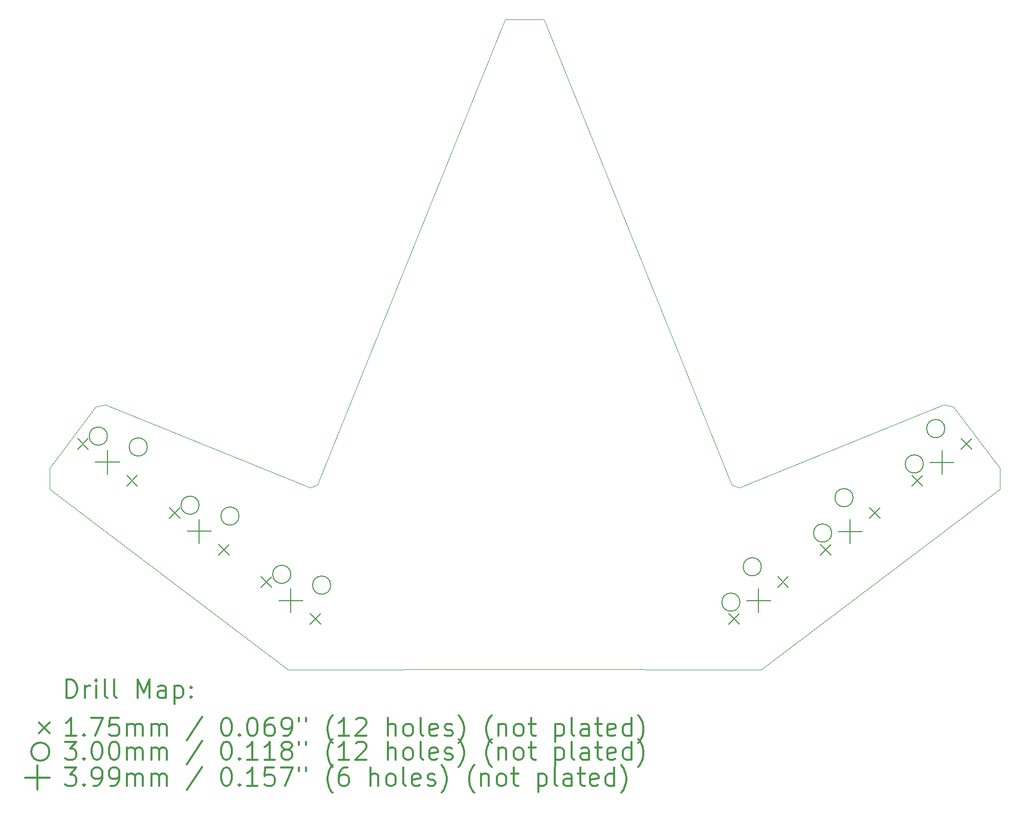
<source format=gbr>
%FSLAX45Y45*%
G04 Gerber Fmt 4.5, Leading zero omitted, Abs format (unit mm)*
G04 Created by KiCad (PCBNEW (5.1.4)-1) date 2023-05-25 15:27:50*
%MOMM*%
%LPD*%
G04 APERTURE LIST*
%ADD10C,0.050000*%
%ADD11C,0.200000*%
%ADD12C,0.300000*%
G04 APERTURE END LIST*
D10*
X14280000Y23690000D02*
X14220000Y23690000D01*
X14150000Y12930000D02*
X14350000Y12930000D01*
X17677500Y15981000D02*
X17802500Y15937500D01*
X14570000Y23690000D02*
X14280000Y23690000D01*
X18160919Y12928362D02*
X14350000Y12930000D01*
X21186000Y17307000D02*
X21344000Y17279000D01*
X18160919Y12928362D02*
X22110000Y15910000D01*
X10822500Y15981000D02*
X13930000Y23690000D01*
X6390000Y16260000D02*
X7156000Y17279000D01*
X13930000Y23690000D02*
X14220000Y23690000D01*
X10339081Y12928362D02*
X6390000Y15910000D01*
X7314000Y17307000D02*
X10697500Y15937500D01*
X10822500Y15981000D02*
X10697500Y15937500D01*
X7314000Y17307000D02*
X7156000Y17279000D01*
X6390000Y15910000D02*
X6390000Y16260000D01*
X10339081Y12928362D02*
X14150000Y12930000D01*
X17677500Y15981000D02*
X14570000Y23690000D01*
X21186000Y17307000D02*
X17802500Y15937500D01*
X22110000Y16260000D02*
X21344000Y17279000D01*
X22110000Y15910000D02*
X22110000Y16260000D01*
D11*
X19143554Y14995623D02*
X19318554Y14820623D01*
X19318554Y14995623D02*
X19143554Y14820623D01*
X19954968Y15607067D02*
X20129968Y15432067D01*
X20129968Y15607067D02*
X19954968Y15432067D01*
X20660961Y16139071D02*
X20835961Y15964071D01*
X20835961Y16139071D02*
X20660961Y15964071D01*
X21472375Y16750515D02*
X21647375Y16575515D01*
X21647375Y16750515D02*
X21472375Y16575515D01*
X9890060Y14465244D02*
X10065060Y14290244D01*
X10065060Y14465244D02*
X9890060Y14290244D01*
X10701473Y13853800D02*
X10876473Y13678800D01*
X10876473Y13853800D02*
X10701473Y13678800D01*
X17626147Y13852174D02*
X17801147Y13677174D01*
X17801147Y13852174D02*
X17626147Y13677174D01*
X18437560Y14463618D02*
X18612560Y14288618D01*
X18612560Y14463618D02*
X18437560Y14288618D01*
X6855245Y16752141D02*
X7030245Y16577141D01*
X7030245Y16752141D02*
X6855245Y16577141D01*
X7666658Y16140697D02*
X7841658Y15965697D01*
X7841658Y16140697D02*
X7666658Y15965697D01*
X8372652Y15608693D02*
X8547652Y15433693D01*
X8547652Y15608693D02*
X8372652Y15433693D01*
X9184066Y14997249D02*
X9359066Y14822249D01*
X9359066Y14997249D02*
X9184066Y14822249D01*
X19329620Y15187407D02*
G75*
G03X19329620Y15187407I-150000J0D01*
G01*
X19683892Y15772413D02*
G75*
G03X19683892Y15772413I-150000J0D01*
G01*
X20847027Y16330855D02*
G75*
G03X20847027Y16330855I-150000J0D01*
G01*
X21201300Y16915861D02*
G75*
G03X21201300Y16915861I-150000J0D01*
G01*
X10381848Y14504167D02*
G75*
G03X10381848Y14504167I-150000J0D01*
G01*
X11041842Y14324868D02*
G75*
G03X11041842Y14324868I-150000J0D01*
G01*
X17812212Y14043958D02*
G75*
G03X17812212Y14043958I-150000J0D01*
G01*
X18166485Y14628964D02*
G75*
G03X18166485Y14628964I-150000J0D01*
G01*
X7347033Y16791064D02*
G75*
G03X7347033Y16791064I-150000J0D01*
G01*
X8007027Y16611765D02*
G75*
G03X8007027Y16611765I-150000J0D01*
G01*
X8864440Y15647616D02*
G75*
G03X8864440Y15647616I-150000J0D01*
G01*
X9524435Y15468317D02*
G75*
G03X9524435Y15468317I-150000J0D01*
G01*
X8865859Y15414861D02*
X8865859Y15016081D01*
X8666469Y15215471D02*
X9065249Y15215471D01*
X19636761Y15413235D02*
X19636761Y15014455D01*
X19437371Y15213845D02*
X19836151Y15213845D01*
X21154168Y16556683D02*
X21154168Y16157903D01*
X20954778Y16357293D02*
X21353558Y16357293D01*
X10383267Y14271412D02*
X10383267Y13872632D01*
X10183877Y14072022D02*
X10582657Y14072022D01*
X18119353Y14269786D02*
X18119353Y13871006D01*
X17919963Y14070396D02*
X18318743Y14070396D01*
X7348452Y16558309D02*
X7348452Y16159529D01*
X7149062Y16358919D02*
X7547842Y16358919D01*
D12*
X6673928Y12460148D02*
X6673928Y12760148D01*
X6745357Y12760148D01*
X6788214Y12745862D01*
X6816786Y12717291D01*
X6831071Y12688719D01*
X6845357Y12631576D01*
X6845357Y12588719D01*
X6831071Y12531576D01*
X6816786Y12503005D01*
X6788214Y12474434D01*
X6745357Y12460148D01*
X6673928Y12460148D01*
X6973928Y12460148D02*
X6973928Y12660148D01*
X6973928Y12603005D02*
X6988214Y12631576D01*
X7002500Y12645862D01*
X7031071Y12660148D01*
X7059643Y12660148D01*
X7159643Y12460148D02*
X7159643Y12660148D01*
X7159643Y12760148D02*
X7145357Y12745862D01*
X7159643Y12731576D01*
X7173928Y12745862D01*
X7159643Y12760148D01*
X7159643Y12731576D01*
X7345357Y12460148D02*
X7316786Y12474434D01*
X7302500Y12503005D01*
X7302500Y12760148D01*
X7502500Y12460148D02*
X7473928Y12474434D01*
X7459643Y12503005D01*
X7459643Y12760148D01*
X7845357Y12460148D02*
X7845357Y12760148D01*
X7945357Y12545862D01*
X8045357Y12760148D01*
X8045357Y12460148D01*
X8316786Y12460148D02*
X8316786Y12617291D01*
X8302500Y12645862D01*
X8273928Y12660148D01*
X8216786Y12660148D01*
X8188214Y12645862D01*
X8316786Y12474434D02*
X8288214Y12460148D01*
X8216786Y12460148D01*
X8188214Y12474434D01*
X8173928Y12503005D01*
X8173928Y12531576D01*
X8188214Y12560148D01*
X8216786Y12574434D01*
X8288214Y12574434D01*
X8316786Y12588719D01*
X8459643Y12660148D02*
X8459643Y12360148D01*
X8459643Y12645862D02*
X8488214Y12660148D01*
X8545357Y12660148D01*
X8573928Y12645862D01*
X8588214Y12631576D01*
X8602500Y12603005D01*
X8602500Y12517291D01*
X8588214Y12488719D01*
X8573928Y12474434D01*
X8545357Y12460148D01*
X8488214Y12460148D01*
X8459643Y12474434D01*
X8731071Y12488719D02*
X8745357Y12474434D01*
X8731071Y12460148D01*
X8716786Y12474434D01*
X8731071Y12488719D01*
X8731071Y12460148D01*
X8731071Y12645862D02*
X8745357Y12631576D01*
X8731071Y12617291D01*
X8716786Y12631576D01*
X8731071Y12645862D01*
X8731071Y12617291D01*
X6212500Y12053362D02*
X6387500Y11878362D01*
X6387500Y12053362D02*
X6212500Y11878362D01*
X6831071Y11830148D02*
X6659643Y11830148D01*
X6745357Y11830148D02*
X6745357Y12130148D01*
X6716786Y12087291D01*
X6688214Y12058719D01*
X6659643Y12044434D01*
X6959643Y11858719D02*
X6973928Y11844434D01*
X6959643Y11830148D01*
X6945357Y11844434D01*
X6959643Y11858719D01*
X6959643Y11830148D01*
X7073928Y12130148D02*
X7273928Y12130148D01*
X7145357Y11830148D01*
X7531071Y12130148D02*
X7388214Y12130148D01*
X7373928Y11987291D01*
X7388214Y12001576D01*
X7416786Y12015862D01*
X7488214Y12015862D01*
X7516786Y12001576D01*
X7531071Y11987291D01*
X7545357Y11958719D01*
X7545357Y11887291D01*
X7531071Y11858719D01*
X7516786Y11844434D01*
X7488214Y11830148D01*
X7416786Y11830148D01*
X7388214Y11844434D01*
X7373928Y11858719D01*
X7673928Y11830148D02*
X7673928Y12030148D01*
X7673928Y12001576D02*
X7688214Y12015862D01*
X7716786Y12030148D01*
X7759643Y12030148D01*
X7788214Y12015862D01*
X7802500Y11987291D01*
X7802500Y11830148D01*
X7802500Y11987291D02*
X7816786Y12015862D01*
X7845357Y12030148D01*
X7888214Y12030148D01*
X7916786Y12015862D01*
X7931071Y11987291D01*
X7931071Y11830148D01*
X8073928Y11830148D02*
X8073928Y12030148D01*
X8073928Y12001576D02*
X8088214Y12015862D01*
X8116786Y12030148D01*
X8159643Y12030148D01*
X8188214Y12015862D01*
X8202500Y11987291D01*
X8202500Y11830148D01*
X8202500Y11987291D02*
X8216786Y12015862D01*
X8245357Y12030148D01*
X8288214Y12030148D01*
X8316786Y12015862D01*
X8331071Y11987291D01*
X8331071Y11830148D01*
X8916786Y12144434D02*
X8659643Y11758719D01*
X9302500Y12130148D02*
X9331071Y12130148D01*
X9359643Y12115862D01*
X9373928Y12101576D01*
X9388214Y12073005D01*
X9402500Y12015862D01*
X9402500Y11944434D01*
X9388214Y11887291D01*
X9373928Y11858719D01*
X9359643Y11844434D01*
X9331071Y11830148D01*
X9302500Y11830148D01*
X9273928Y11844434D01*
X9259643Y11858719D01*
X9245357Y11887291D01*
X9231071Y11944434D01*
X9231071Y12015862D01*
X9245357Y12073005D01*
X9259643Y12101576D01*
X9273928Y12115862D01*
X9302500Y12130148D01*
X9531071Y11858719D02*
X9545357Y11844434D01*
X9531071Y11830148D01*
X9516786Y11844434D01*
X9531071Y11858719D01*
X9531071Y11830148D01*
X9731071Y12130148D02*
X9759643Y12130148D01*
X9788214Y12115862D01*
X9802500Y12101576D01*
X9816786Y12073005D01*
X9831071Y12015862D01*
X9831071Y11944434D01*
X9816786Y11887291D01*
X9802500Y11858719D01*
X9788214Y11844434D01*
X9759643Y11830148D01*
X9731071Y11830148D01*
X9702500Y11844434D01*
X9688214Y11858719D01*
X9673928Y11887291D01*
X9659643Y11944434D01*
X9659643Y12015862D01*
X9673928Y12073005D01*
X9688214Y12101576D01*
X9702500Y12115862D01*
X9731071Y12130148D01*
X10088214Y12130148D02*
X10031071Y12130148D01*
X10002500Y12115862D01*
X9988214Y12101576D01*
X9959643Y12058719D01*
X9945357Y12001576D01*
X9945357Y11887291D01*
X9959643Y11858719D01*
X9973928Y11844434D01*
X10002500Y11830148D01*
X10059643Y11830148D01*
X10088214Y11844434D01*
X10102500Y11858719D01*
X10116786Y11887291D01*
X10116786Y11958719D01*
X10102500Y11987291D01*
X10088214Y12001576D01*
X10059643Y12015862D01*
X10002500Y12015862D01*
X9973928Y12001576D01*
X9959643Y11987291D01*
X9945357Y11958719D01*
X10259643Y11830148D02*
X10316786Y11830148D01*
X10345357Y11844434D01*
X10359643Y11858719D01*
X10388214Y11901576D01*
X10402500Y11958719D01*
X10402500Y12073005D01*
X10388214Y12101576D01*
X10373928Y12115862D01*
X10345357Y12130148D01*
X10288214Y12130148D01*
X10259643Y12115862D01*
X10245357Y12101576D01*
X10231071Y12073005D01*
X10231071Y12001576D01*
X10245357Y11973005D01*
X10259643Y11958719D01*
X10288214Y11944434D01*
X10345357Y11944434D01*
X10373928Y11958719D01*
X10388214Y11973005D01*
X10402500Y12001576D01*
X10516786Y12130148D02*
X10516786Y12073005D01*
X10631071Y12130148D02*
X10631071Y12073005D01*
X11073928Y11715862D02*
X11059643Y11730148D01*
X11031071Y11773005D01*
X11016786Y11801576D01*
X11002500Y11844434D01*
X10988214Y11915862D01*
X10988214Y11973005D01*
X11002500Y12044434D01*
X11016786Y12087291D01*
X11031071Y12115862D01*
X11059643Y12158719D01*
X11073928Y12173005D01*
X11345357Y11830148D02*
X11173928Y11830148D01*
X11259643Y11830148D02*
X11259643Y12130148D01*
X11231071Y12087291D01*
X11202500Y12058719D01*
X11173928Y12044434D01*
X11459643Y12101576D02*
X11473928Y12115862D01*
X11502500Y12130148D01*
X11573928Y12130148D01*
X11602500Y12115862D01*
X11616786Y12101576D01*
X11631071Y12073005D01*
X11631071Y12044434D01*
X11616786Y12001576D01*
X11445357Y11830148D01*
X11631071Y11830148D01*
X11988214Y11830148D02*
X11988214Y12130148D01*
X12116786Y11830148D02*
X12116786Y11987291D01*
X12102500Y12015862D01*
X12073928Y12030148D01*
X12031071Y12030148D01*
X12002500Y12015862D01*
X11988214Y12001576D01*
X12302500Y11830148D02*
X12273928Y11844434D01*
X12259643Y11858719D01*
X12245357Y11887291D01*
X12245357Y11973005D01*
X12259643Y12001576D01*
X12273928Y12015862D01*
X12302500Y12030148D01*
X12345357Y12030148D01*
X12373928Y12015862D01*
X12388214Y12001576D01*
X12402500Y11973005D01*
X12402500Y11887291D01*
X12388214Y11858719D01*
X12373928Y11844434D01*
X12345357Y11830148D01*
X12302500Y11830148D01*
X12573928Y11830148D02*
X12545357Y11844434D01*
X12531071Y11873005D01*
X12531071Y12130148D01*
X12802500Y11844434D02*
X12773928Y11830148D01*
X12716786Y11830148D01*
X12688214Y11844434D01*
X12673928Y11873005D01*
X12673928Y11987291D01*
X12688214Y12015862D01*
X12716786Y12030148D01*
X12773928Y12030148D01*
X12802500Y12015862D01*
X12816786Y11987291D01*
X12816786Y11958719D01*
X12673928Y11930148D01*
X12931071Y11844434D02*
X12959643Y11830148D01*
X13016786Y11830148D01*
X13045357Y11844434D01*
X13059643Y11873005D01*
X13059643Y11887291D01*
X13045357Y11915862D01*
X13016786Y11930148D01*
X12973928Y11930148D01*
X12945357Y11944434D01*
X12931071Y11973005D01*
X12931071Y11987291D01*
X12945357Y12015862D01*
X12973928Y12030148D01*
X13016786Y12030148D01*
X13045357Y12015862D01*
X13159643Y11715862D02*
X13173928Y11730148D01*
X13202500Y11773005D01*
X13216786Y11801576D01*
X13231071Y11844434D01*
X13245357Y11915862D01*
X13245357Y11973005D01*
X13231071Y12044434D01*
X13216786Y12087291D01*
X13202500Y12115862D01*
X13173928Y12158719D01*
X13159643Y12173005D01*
X13702500Y11715862D02*
X13688214Y11730148D01*
X13659643Y11773005D01*
X13645357Y11801576D01*
X13631071Y11844434D01*
X13616786Y11915862D01*
X13616786Y11973005D01*
X13631071Y12044434D01*
X13645357Y12087291D01*
X13659643Y12115862D01*
X13688214Y12158719D01*
X13702500Y12173005D01*
X13816786Y12030148D02*
X13816786Y11830148D01*
X13816786Y12001576D02*
X13831071Y12015862D01*
X13859643Y12030148D01*
X13902500Y12030148D01*
X13931071Y12015862D01*
X13945357Y11987291D01*
X13945357Y11830148D01*
X14131071Y11830148D02*
X14102500Y11844434D01*
X14088214Y11858719D01*
X14073928Y11887291D01*
X14073928Y11973005D01*
X14088214Y12001576D01*
X14102500Y12015862D01*
X14131071Y12030148D01*
X14173928Y12030148D01*
X14202500Y12015862D01*
X14216786Y12001576D01*
X14231071Y11973005D01*
X14231071Y11887291D01*
X14216786Y11858719D01*
X14202500Y11844434D01*
X14173928Y11830148D01*
X14131071Y11830148D01*
X14316786Y12030148D02*
X14431071Y12030148D01*
X14359643Y12130148D02*
X14359643Y11873005D01*
X14373928Y11844434D01*
X14402500Y11830148D01*
X14431071Y11830148D01*
X14759643Y12030148D02*
X14759643Y11730148D01*
X14759643Y12015862D02*
X14788214Y12030148D01*
X14845357Y12030148D01*
X14873928Y12015862D01*
X14888214Y12001576D01*
X14902500Y11973005D01*
X14902500Y11887291D01*
X14888214Y11858719D01*
X14873928Y11844434D01*
X14845357Y11830148D01*
X14788214Y11830148D01*
X14759643Y11844434D01*
X15073928Y11830148D02*
X15045357Y11844434D01*
X15031071Y11873005D01*
X15031071Y12130148D01*
X15316786Y11830148D02*
X15316786Y11987291D01*
X15302500Y12015862D01*
X15273928Y12030148D01*
X15216786Y12030148D01*
X15188214Y12015862D01*
X15316786Y11844434D02*
X15288214Y11830148D01*
X15216786Y11830148D01*
X15188214Y11844434D01*
X15173928Y11873005D01*
X15173928Y11901576D01*
X15188214Y11930148D01*
X15216786Y11944434D01*
X15288214Y11944434D01*
X15316786Y11958719D01*
X15416786Y12030148D02*
X15531071Y12030148D01*
X15459643Y12130148D02*
X15459643Y11873005D01*
X15473928Y11844434D01*
X15502500Y11830148D01*
X15531071Y11830148D01*
X15745357Y11844434D02*
X15716786Y11830148D01*
X15659643Y11830148D01*
X15631071Y11844434D01*
X15616786Y11873005D01*
X15616786Y11987291D01*
X15631071Y12015862D01*
X15659643Y12030148D01*
X15716786Y12030148D01*
X15745357Y12015862D01*
X15759643Y11987291D01*
X15759643Y11958719D01*
X15616786Y11930148D01*
X16016786Y11830148D02*
X16016786Y12130148D01*
X16016786Y11844434D02*
X15988214Y11830148D01*
X15931071Y11830148D01*
X15902500Y11844434D01*
X15888214Y11858719D01*
X15873928Y11887291D01*
X15873928Y11973005D01*
X15888214Y12001576D01*
X15902500Y12015862D01*
X15931071Y12030148D01*
X15988214Y12030148D01*
X16016786Y12015862D01*
X16131071Y11715862D02*
X16145357Y11730148D01*
X16173928Y11773005D01*
X16188214Y11801576D01*
X16202500Y11844434D01*
X16216786Y11915862D01*
X16216786Y11973005D01*
X16202500Y12044434D01*
X16188214Y12087291D01*
X16173928Y12115862D01*
X16145357Y12158719D01*
X16131071Y12173005D01*
X6387500Y11569862D02*
G75*
G03X6387500Y11569862I-150000J0D01*
G01*
X6645357Y11734148D02*
X6831071Y11734148D01*
X6731071Y11619862D01*
X6773928Y11619862D01*
X6802500Y11605576D01*
X6816786Y11591291D01*
X6831071Y11562719D01*
X6831071Y11491291D01*
X6816786Y11462719D01*
X6802500Y11448434D01*
X6773928Y11434148D01*
X6688214Y11434148D01*
X6659643Y11448434D01*
X6645357Y11462719D01*
X6959643Y11462719D02*
X6973928Y11448434D01*
X6959643Y11434148D01*
X6945357Y11448434D01*
X6959643Y11462719D01*
X6959643Y11434148D01*
X7159643Y11734148D02*
X7188214Y11734148D01*
X7216786Y11719862D01*
X7231071Y11705576D01*
X7245357Y11677005D01*
X7259643Y11619862D01*
X7259643Y11548434D01*
X7245357Y11491291D01*
X7231071Y11462719D01*
X7216786Y11448434D01*
X7188214Y11434148D01*
X7159643Y11434148D01*
X7131071Y11448434D01*
X7116786Y11462719D01*
X7102500Y11491291D01*
X7088214Y11548434D01*
X7088214Y11619862D01*
X7102500Y11677005D01*
X7116786Y11705576D01*
X7131071Y11719862D01*
X7159643Y11734148D01*
X7445357Y11734148D02*
X7473928Y11734148D01*
X7502500Y11719862D01*
X7516786Y11705576D01*
X7531071Y11677005D01*
X7545357Y11619862D01*
X7545357Y11548434D01*
X7531071Y11491291D01*
X7516786Y11462719D01*
X7502500Y11448434D01*
X7473928Y11434148D01*
X7445357Y11434148D01*
X7416786Y11448434D01*
X7402500Y11462719D01*
X7388214Y11491291D01*
X7373928Y11548434D01*
X7373928Y11619862D01*
X7388214Y11677005D01*
X7402500Y11705576D01*
X7416786Y11719862D01*
X7445357Y11734148D01*
X7673928Y11434148D02*
X7673928Y11634148D01*
X7673928Y11605576D02*
X7688214Y11619862D01*
X7716786Y11634148D01*
X7759643Y11634148D01*
X7788214Y11619862D01*
X7802500Y11591291D01*
X7802500Y11434148D01*
X7802500Y11591291D02*
X7816786Y11619862D01*
X7845357Y11634148D01*
X7888214Y11634148D01*
X7916786Y11619862D01*
X7931071Y11591291D01*
X7931071Y11434148D01*
X8073928Y11434148D02*
X8073928Y11634148D01*
X8073928Y11605576D02*
X8088214Y11619862D01*
X8116786Y11634148D01*
X8159643Y11634148D01*
X8188214Y11619862D01*
X8202500Y11591291D01*
X8202500Y11434148D01*
X8202500Y11591291D02*
X8216786Y11619862D01*
X8245357Y11634148D01*
X8288214Y11634148D01*
X8316786Y11619862D01*
X8331071Y11591291D01*
X8331071Y11434148D01*
X8916786Y11748434D02*
X8659643Y11362719D01*
X9302500Y11734148D02*
X9331071Y11734148D01*
X9359643Y11719862D01*
X9373928Y11705576D01*
X9388214Y11677005D01*
X9402500Y11619862D01*
X9402500Y11548434D01*
X9388214Y11491291D01*
X9373928Y11462719D01*
X9359643Y11448434D01*
X9331071Y11434148D01*
X9302500Y11434148D01*
X9273928Y11448434D01*
X9259643Y11462719D01*
X9245357Y11491291D01*
X9231071Y11548434D01*
X9231071Y11619862D01*
X9245357Y11677005D01*
X9259643Y11705576D01*
X9273928Y11719862D01*
X9302500Y11734148D01*
X9531071Y11462719D02*
X9545357Y11448434D01*
X9531071Y11434148D01*
X9516786Y11448434D01*
X9531071Y11462719D01*
X9531071Y11434148D01*
X9831071Y11434148D02*
X9659643Y11434148D01*
X9745357Y11434148D02*
X9745357Y11734148D01*
X9716786Y11691291D01*
X9688214Y11662719D01*
X9659643Y11648434D01*
X10116786Y11434148D02*
X9945357Y11434148D01*
X10031071Y11434148D02*
X10031071Y11734148D01*
X10002500Y11691291D01*
X9973928Y11662719D01*
X9945357Y11648434D01*
X10288214Y11605576D02*
X10259643Y11619862D01*
X10245357Y11634148D01*
X10231071Y11662719D01*
X10231071Y11677005D01*
X10245357Y11705576D01*
X10259643Y11719862D01*
X10288214Y11734148D01*
X10345357Y11734148D01*
X10373928Y11719862D01*
X10388214Y11705576D01*
X10402500Y11677005D01*
X10402500Y11662719D01*
X10388214Y11634148D01*
X10373928Y11619862D01*
X10345357Y11605576D01*
X10288214Y11605576D01*
X10259643Y11591291D01*
X10245357Y11577005D01*
X10231071Y11548434D01*
X10231071Y11491291D01*
X10245357Y11462719D01*
X10259643Y11448434D01*
X10288214Y11434148D01*
X10345357Y11434148D01*
X10373928Y11448434D01*
X10388214Y11462719D01*
X10402500Y11491291D01*
X10402500Y11548434D01*
X10388214Y11577005D01*
X10373928Y11591291D01*
X10345357Y11605576D01*
X10516786Y11734148D02*
X10516786Y11677005D01*
X10631071Y11734148D02*
X10631071Y11677005D01*
X11073928Y11319862D02*
X11059643Y11334148D01*
X11031071Y11377005D01*
X11016786Y11405576D01*
X11002500Y11448434D01*
X10988214Y11519862D01*
X10988214Y11577005D01*
X11002500Y11648434D01*
X11016786Y11691291D01*
X11031071Y11719862D01*
X11059643Y11762719D01*
X11073928Y11777005D01*
X11345357Y11434148D02*
X11173928Y11434148D01*
X11259643Y11434148D02*
X11259643Y11734148D01*
X11231071Y11691291D01*
X11202500Y11662719D01*
X11173928Y11648434D01*
X11459643Y11705576D02*
X11473928Y11719862D01*
X11502500Y11734148D01*
X11573928Y11734148D01*
X11602500Y11719862D01*
X11616786Y11705576D01*
X11631071Y11677005D01*
X11631071Y11648434D01*
X11616786Y11605576D01*
X11445357Y11434148D01*
X11631071Y11434148D01*
X11988214Y11434148D02*
X11988214Y11734148D01*
X12116786Y11434148D02*
X12116786Y11591291D01*
X12102500Y11619862D01*
X12073928Y11634148D01*
X12031071Y11634148D01*
X12002500Y11619862D01*
X11988214Y11605576D01*
X12302500Y11434148D02*
X12273928Y11448434D01*
X12259643Y11462719D01*
X12245357Y11491291D01*
X12245357Y11577005D01*
X12259643Y11605576D01*
X12273928Y11619862D01*
X12302500Y11634148D01*
X12345357Y11634148D01*
X12373928Y11619862D01*
X12388214Y11605576D01*
X12402500Y11577005D01*
X12402500Y11491291D01*
X12388214Y11462719D01*
X12373928Y11448434D01*
X12345357Y11434148D01*
X12302500Y11434148D01*
X12573928Y11434148D02*
X12545357Y11448434D01*
X12531071Y11477005D01*
X12531071Y11734148D01*
X12802500Y11448434D02*
X12773928Y11434148D01*
X12716786Y11434148D01*
X12688214Y11448434D01*
X12673928Y11477005D01*
X12673928Y11591291D01*
X12688214Y11619862D01*
X12716786Y11634148D01*
X12773928Y11634148D01*
X12802500Y11619862D01*
X12816786Y11591291D01*
X12816786Y11562719D01*
X12673928Y11534148D01*
X12931071Y11448434D02*
X12959643Y11434148D01*
X13016786Y11434148D01*
X13045357Y11448434D01*
X13059643Y11477005D01*
X13059643Y11491291D01*
X13045357Y11519862D01*
X13016786Y11534148D01*
X12973928Y11534148D01*
X12945357Y11548434D01*
X12931071Y11577005D01*
X12931071Y11591291D01*
X12945357Y11619862D01*
X12973928Y11634148D01*
X13016786Y11634148D01*
X13045357Y11619862D01*
X13159643Y11319862D02*
X13173928Y11334148D01*
X13202500Y11377005D01*
X13216786Y11405576D01*
X13231071Y11448434D01*
X13245357Y11519862D01*
X13245357Y11577005D01*
X13231071Y11648434D01*
X13216786Y11691291D01*
X13202500Y11719862D01*
X13173928Y11762719D01*
X13159643Y11777005D01*
X13702500Y11319862D02*
X13688214Y11334148D01*
X13659643Y11377005D01*
X13645357Y11405576D01*
X13631071Y11448434D01*
X13616786Y11519862D01*
X13616786Y11577005D01*
X13631071Y11648434D01*
X13645357Y11691291D01*
X13659643Y11719862D01*
X13688214Y11762719D01*
X13702500Y11777005D01*
X13816786Y11634148D02*
X13816786Y11434148D01*
X13816786Y11605576D02*
X13831071Y11619862D01*
X13859643Y11634148D01*
X13902500Y11634148D01*
X13931071Y11619862D01*
X13945357Y11591291D01*
X13945357Y11434148D01*
X14131071Y11434148D02*
X14102500Y11448434D01*
X14088214Y11462719D01*
X14073928Y11491291D01*
X14073928Y11577005D01*
X14088214Y11605576D01*
X14102500Y11619862D01*
X14131071Y11634148D01*
X14173928Y11634148D01*
X14202500Y11619862D01*
X14216786Y11605576D01*
X14231071Y11577005D01*
X14231071Y11491291D01*
X14216786Y11462719D01*
X14202500Y11448434D01*
X14173928Y11434148D01*
X14131071Y11434148D01*
X14316786Y11634148D02*
X14431071Y11634148D01*
X14359643Y11734148D02*
X14359643Y11477005D01*
X14373928Y11448434D01*
X14402500Y11434148D01*
X14431071Y11434148D01*
X14759643Y11634148D02*
X14759643Y11334148D01*
X14759643Y11619862D02*
X14788214Y11634148D01*
X14845357Y11634148D01*
X14873928Y11619862D01*
X14888214Y11605576D01*
X14902500Y11577005D01*
X14902500Y11491291D01*
X14888214Y11462719D01*
X14873928Y11448434D01*
X14845357Y11434148D01*
X14788214Y11434148D01*
X14759643Y11448434D01*
X15073928Y11434148D02*
X15045357Y11448434D01*
X15031071Y11477005D01*
X15031071Y11734148D01*
X15316786Y11434148D02*
X15316786Y11591291D01*
X15302500Y11619862D01*
X15273928Y11634148D01*
X15216786Y11634148D01*
X15188214Y11619862D01*
X15316786Y11448434D02*
X15288214Y11434148D01*
X15216786Y11434148D01*
X15188214Y11448434D01*
X15173928Y11477005D01*
X15173928Y11505576D01*
X15188214Y11534148D01*
X15216786Y11548434D01*
X15288214Y11548434D01*
X15316786Y11562719D01*
X15416786Y11634148D02*
X15531071Y11634148D01*
X15459643Y11734148D02*
X15459643Y11477005D01*
X15473928Y11448434D01*
X15502500Y11434148D01*
X15531071Y11434148D01*
X15745357Y11448434D02*
X15716786Y11434148D01*
X15659643Y11434148D01*
X15631071Y11448434D01*
X15616786Y11477005D01*
X15616786Y11591291D01*
X15631071Y11619862D01*
X15659643Y11634148D01*
X15716786Y11634148D01*
X15745357Y11619862D01*
X15759643Y11591291D01*
X15759643Y11562719D01*
X15616786Y11534148D01*
X16016786Y11434148D02*
X16016786Y11734148D01*
X16016786Y11448434D02*
X15988214Y11434148D01*
X15931071Y11434148D01*
X15902500Y11448434D01*
X15888214Y11462719D01*
X15873928Y11491291D01*
X15873928Y11577005D01*
X15888214Y11605576D01*
X15902500Y11619862D01*
X15931071Y11634148D01*
X15988214Y11634148D01*
X16016786Y11619862D01*
X16131071Y11319862D02*
X16145357Y11334148D01*
X16173928Y11377005D01*
X16188214Y11405576D01*
X16202500Y11448434D01*
X16216786Y11519862D01*
X16216786Y11577005D01*
X16202500Y11648434D01*
X16188214Y11691291D01*
X16173928Y11719862D01*
X16145357Y11762719D01*
X16131071Y11777005D01*
X6188110Y11339252D02*
X6188110Y10940472D01*
X5988720Y11139862D02*
X6387500Y11139862D01*
X6645357Y11304148D02*
X6831071Y11304148D01*
X6731071Y11189862D01*
X6773928Y11189862D01*
X6802500Y11175576D01*
X6816786Y11161291D01*
X6831071Y11132719D01*
X6831071Y11061291D01*
X6816786Y11032719D01*
X6802500Y11018434D01*
X6773928Y11004148D01*
X6688214Y11004148D01*
X6659643Y11018434D01*
X6645357Y11032719D01*
X6959643Y11032719D02*
X6973928Y11018434D01*
X6959643Y11004148D01*
X6945357Y11018434D01*
X6959643Y11032719D01*
X6959643Y11004148D01*
X7116786Y11004148D02*
X7173928Y11004148D01*
X7202500Y11018434D01*
X7216786Y11032719D01*
X7245357Y11075576D01*
X7259643Y11132719D01*
X7259643Y11247005D01*
X7245357Y11275576D01*
X7231071Y11289862D01*
X7202500Y11304148D01*
X7145357Y11304148D01*
X7116786Y11289862D01*
X7102500Y11275576D01*
X7088214Y11247005D01*
X7088214Y11175576D01*
X7102500Y11147005D01*
X7116786Y11132719D01*
X7145357Y11118434D01*
X7202500Y11118434D01*
X7231071Y11132719D01*
X7245357Y11147005D01*
X7259643Y11175576D01*
X7402500Y11004148D02*
X7459643Y11004148D01*
X7488214Y11018434D01*
X7502500Y11032719D01*
X7531071Y11075576D01*
X7545357Y11132719D01*
X7545357Y11247005D01*
X7531071Y11275576D01*
X7516786Y11289862D01*
X7488214Y11304148D01*
X7431071Y11304148D01*
X7402500Y11289862D01*
X7388214Y11275576D01*
X7373928Y11247005D01*
X7373928Y11175576D01*
X7388214Y11147005D01*
X7402500Y11132719D01*
X7431071Y11118434D01*
X7488214Y11118434D01*
X7516786Y11132719D01*
X7531071Y11147005D01*
X7545357Y11175576D01*
X7673928Y11004148D02*
X7673928Y11204148D01*
X7673928Y11175576D02*
X7688214Y11189862D01*
X7716786Y11204148D01*
X7759643Y11204148D01*
X7788214Y11189862D01*
X7802500Y11161291D01*
X7802500Y11004148D01*
X7802500Y11161291D02*
X7816786Y11189862D01*
X7845357Y11204148D01*
X7888214Y11204148D01*
X7916786Y11189862D01*
X7931071Y11161291D01*
X7931071Y11004148D01*
X8073928Y11004148D02*
X8073928Y11204148D01*
X8073928Y11175576D02*
X8088214Y11189862D01*
X8116786Y11204148D01*
X8159643Y11204148D01*
X8188214Y11189862D01*
X8202500Y11161291D01*
X8202500Y11004148D01*
X8202500Y11161291D02*
X8216786Y11189862D01*
X8245357Y11204148D01*
X8288214Y11204148D01*
X8316786Y11189862D01*
X8331071Y11161291D01*
X8331071Y11004148D01*
X8916786Y11318434D02*
X8659643Y10932719D01*
X9302500Y11304148D02*
X9331071Y11304148D01*
X9359643Y11289862D01*
X9373928Y11275576D01*
X9388214Y11247005D01*
X9402500Y11189862D01*
X9402500Y11118434D01*
X9388214Y11061291D01*
X9373928Y11032719D01*
X9359643Y11018434D01*
X9331071Y11004148D01*
X9302500Y11004148D01*
X9273928Y11018434D01*
X9259643Y11032719D01*
X9245357Y11061291D01*
X9231071Y11118434D01*
X9231071Y11189862D01*
X9245357Y11247005D01*
X9259643Y11275576D01*
X9273928Y11289862D01*
X9302500Y11304148D01*
X9531071Y11032719D02*
X9545357Y11018434D01*
X9531071Y11004148D01*
X9516786Y11018434D01*
X9531071Y11032719D01*
X9531071Y11004148D01*
X9831071Y11004148D02*
X9659643Y11004148D01*
X9745357Y11004148D02*
X9745357Y11304148D01*
X9716786Y11261291D01*
X9688214Y11232719D01*
X9659643Y11218434D01*
X10102500Y11304148D02*
X9959643Y11304148D01*
X9945357Y11161291D01*
X9959643Y11175576D01*
X9988214Y11189862D01*
X10059643Y11189862D01*
X10088214Y11175576D01*
X10102500Y11161291D01*
X10116786Y11132719D01*
X10116786Y11061291D01*
X10102500Y11032719D01*
X10088214Y11018434D01*
X10059643Y11004148D01*
X9988214Y11004148D01*
X9959643Y11018434D01*
X9945357Y11032719D01*
X10216786Y11304148D02*
X10416786Y11304148D01*
X10288214Y11004148D01*
X10516786Y11304148D02*
X10516786Y11247005D01*
X10631071Y11304148D02*
X10631071Y11247005D01*
X11073928Y10889862D02*
X11059643Y10904148D01*
X11031071Y10947005D01*
X11016786Y10975576D01*
X11002500Y11018434D01*
X10988214Y11089862D01*
X10988214Y11147005D01*
X11002500Y11218434D01*
X11016786Y11261291D01*
X11031071Y11289862D01*
X11059643Y11332719D01*
X11073928Y11347005D01*
X11316786Y11304148D02*
X11259643Y11304148D01*
X11231071Y11289862D01*
X11216786Y11275576D01*
X11188214Y11232719D01*
X11173928Y11175576D01*
X11173928Y11061291D01*
X11188214Y11032719D01*
X11202500Y11018434D01*
X11231071Y11004148D01*
X11288214Y11004148D01*
X11316786Y11018434D01*
X11331071Y11032719D01*
X11345357Y11061291D01*
X11345357Y11132719D01*
X11331071Y11161291D01*
X11316786Y11175576D01*
X11288214Y11189862D01*
X11231071Y11189862D01*
X11202500Y11175576D01*
X11188214Y11161291D01*
X11173928Y11132719D01*
X11702500Y11004148D02*
X11702500Y11304148D01*
X11831071Y11004148D02*
X11831071Y11161291D01*
X11816786Y11189862D01*
X11788214Y11204148D01*
X11745357Y11204148D01*
X11716786Y11189862D01*
X11702500Y11175576D01*
X12016786Y11004148D02*
X11988214Y11018434D01*
X11973928Y11032719D01*
X11959643Y11061291D01*
X11959643Y11147005D01*
X11973928Y11175576D01*
X11988214Y11189862D01*
X12016786Y11204148D01*
X12059643Y11204148D01*
X12088214Y11189862D01*
X12102500Y11175576D01*
X12116786Y11147005D01*
X12116786Y11061291D01*
X12102500Y11032719D01*
X12088214Y11018434D01*
X12059643Y11004148D01*
X12016786Y11004148D01*
X12288214Y11004148D02*
X12259643Y11018434D01*
X12245357Y11047005D01*
X12245357Y11304148D01*
X12516786Y11018434D02*
X12488214Y11004148D01*
X12431071Y11004148D01*
X12402500Y11018434D01*
X12388214Y11047005D01*
X12388214Y11161291D01*
X12402500Y11189862D01*
X12431071Y11204148D01*
X12488214Y11204148D01*
X12516786Y11189862D01*
X12531071Y11161291D01*
X12531071Y11132719D01*
X12388214Y11104148D01*
X12645357Y11018434D02*
X12673928Y11004148D01*
X12731071Y11004148D01*
X12759643Y11018434D01*
X12773928Y11047005D01*
X12773928Y11061291D01*
X12759643Y11089862D01*
X12731071Y11104148D01*
X12688214Y11104148D01*
X12659643Y11118434D01*
X12645357Y11147005D01*
X12645357Y11161291D01*
X12659643Y11189862D01*
X12688214Y11204148D01*
X12731071Y11204148D01*
X12759643Y11189862D01*
X12873928Y10889862D02*
X12888214Y10904148D01*
X12916786Y10947005D01*
X12931071Y10975576D01*
X12945357Y11018434D01*
X12959643Y11089862D01*
X12959643Y11147005D01*
X12945357Y11218434D01*
X12931071Y11261291D01*
X12916786Y11289862D01*
X12888214Y11332719D01*
X12873928Y11347005D01*
X13416786Y10889862D02*
X13402500Y10904148D01*
X13373928Y10947005D01*
X13359643Y10975576D01*
X13345357Y11018434D01*
X13331071Y11089862D01*
X13331071Y11147005D01*
X13345357Y11218434D01*
X13359643Y11261291D01*
X13373928Y11289862D01*
X13402500Y11332719D01*
X13416786Y11347005D01*
X13531071Y11204148D02*
X13531071Y11004148D01*
X13531071Y11175576D02*
X13545357Y11189862D01*
X13573928Y11204148D01*
X13616786Y11204148D01*
X13645357Y11189862D01*
X13659643Y11161291D01*
X13659643Y11004148D01*
X13845357Y11004148D02*
X13816786Y11018434D01*
X13802500Y11032719D01*
X13788214Y11061291D01*
X13788214Y11147005D01*
X13802500Y11175576D01*
X13816786Y11189862D01*
X13845357Y11204148D01*
X13888214Y11204148D01*
X13916786Y11189862D01*
X13931071Y11175576D01*
X13945357Y11147005D01*
X13945357Y11061291D01*
X13931071Y11032719D01*
X13916786Y11018434D01*
X13888214Y11004148D01*
X13845357Y11004148D01*
X14031071Y11204148D02*
X14145357Y11204148D01*
X14073928Y11304148D02*
X14073928Y11047005D01*
X14088214Y11018434D01*
X14116786Y11004148D01*
X14145357Y11004148D01*
X14473928Y11204148D02*
X14473928Y10904148D01*
X14473928Y11189862D02*
X14502500Y11204148D01*
X14559643Y11204148D01*
X14588214Y11189862D01*
X14602500Y11175576D01*
X14616786Y11147005D01*
X14616786Y11061291D01*
X14602500Y11032719D01*
X14588214Y11018434D01*
X14559643Y11004148D01*
X14502500Y11004148D01*
X14473928Y11018434D01*
X14788214Y11004148D02*
X14759643Y11018434D01*
X14745357Y11047005D01*
X14745357Y11304148D01*
X15031071Y11004148D02*
X15031071Y11161291D01*
X15016786Y11189862D01*
X14988214Y11204148D01*
X14931071Y11204148D01*
X14902500Y11189862D01*
X15031071Y11018434D02*
X15002500Y11004148D01*
X14931071Y11004148D01*
X14902500Y11018434D01*
X14888214Y11047005D01*
X14888214Y11075576D01*
X14902500Y11104148D01*
X14931071Y11118434D01*
X15002500Y11118434D01*
X15031071Y11132719D01*
X15131071Y11204148D02*
X15245357Y11204148D01*
X15173928Y11304148D02*
X15173928Y11047005D01*
X15188214Y11018434D01*
X15216786Y11004148D01*
X15245357Y11004148D01*
X15459643Y11018434D02*
X15431071Y11004148D01*
X15373928Y11004148D01*
X15345357Y11018434D01*
X15331071Y11047005D01*
X15331071Y11161291D01*
X15345357Y11189862D01*
X15373928Y11204148D01*
X15431071Y11204148D01*
X15459643Y11189862D01*
X15473928Y11161291D01*
X15473928Y11132719D01*
X15331071Y11104148D01*
X15731071Y11004148D02*
X15731071Y11304148D01*
X15731071Y11018434D02*
X15702500Y11004148D01*
X15645357Y11004148D01*
X15616786Y11018434D01*
X15602500Y11032719D01*
X15588214Y11061291D01*
X15588214Y11147005D01*
X15602500Y11175576D01*
X15616786Y11189862D01*
X15645357Y11204148D01*
X15702500Y11204148D01*
X15731071Y11189862D01*
X15845357Y10889862D02*
X15859643Y10904148D01*
X15888214Y10947005D01*
X15902500Y10975576D01*
X15916786Y11018434D01*
X15931071Y11089862D01*
X15931071Y11147005D01*
X15916786Y11218434D01*
X15902500Y11261291D01*
X15888214Y11289862D01*
X15859643Y11332719D01*
X15845357Y11347005D01*
M02*

</source>
